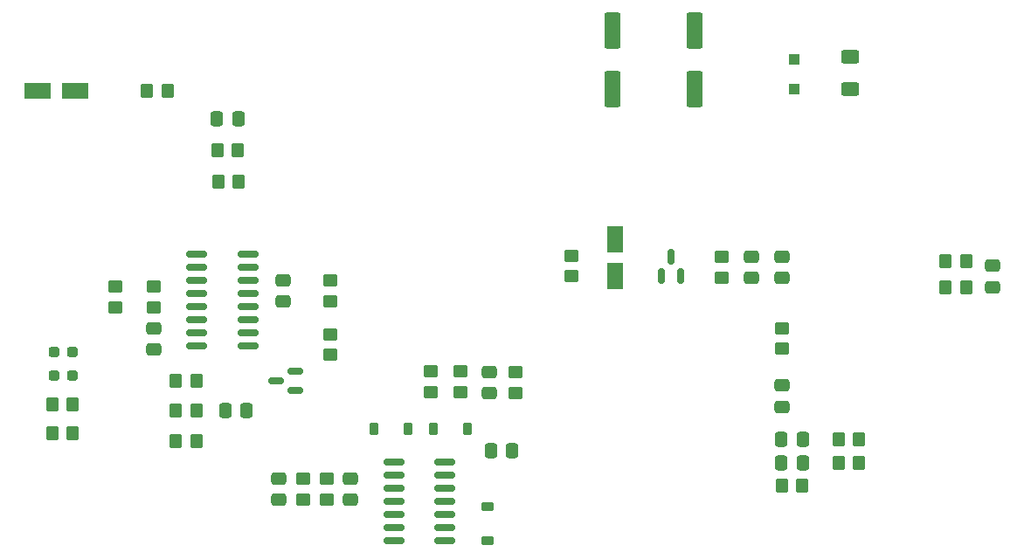
<source format=gbr>
%TF.GenerationSoftware,KiCad,Pcbnew,7.0.1*%
%TF.CreationDate,2023-11-18T18:03:43+02:00*%
%TF.ProjectId,Punainen Husse,50756e61-696e-4656-9e20-48757373652e,rev?*%
%TF.SameCoordinates,Original*%
%TF.FileFunction,Paste,Bot*%
%TF.FilePolarity,Positive*%
%FSLAX46Y46*%
G04 Gerber Fmt 4.6, Leading zero omitted, Abs format (unit mm)*
G04 Created by KiCad (PCBNEW 7.0.1) date 2023-11-18 18:03:43*
%MOMM*%
%LPD*%
G01*
G04 APERTURE LIST*
G04 Aperture macros list*
%AMRoundRect*
0 Rectangle with rounded corners*
0 $1 Rounding radius*
0 $2 $3 $4 $5 $6 $7 $8 $9 X,Y pos of 4 corners*
0 Add a 4 corners polygon primitive as box body*
4,1,4,$2,$3,$4,$5,$6,$7,$8,$9,$2,$3,0*
0 Add four circle primitives for the rounded corners*
1,1,$1+$1,$2,$3*
1,1,$1+$1,$4,$5*
1,1,$1+$1,$6,$7*
1,1,$1+$1,$8,$9*
0 Add four rect primitives between the rounded corners*
20,1,$1+$1,$2,$3,$4,$5,0*
20,1,$1+$1,$4,$5,$6,$7,0*
20,1,$1+$1,$6,$7,$8,$9,0*
20,1,$1+$1,$8,$9,$2,$3,0*%
G04 Aperture macros list end*
%ADD10RoundRect,0.250000X-0.450000X0.350000X-0.450000X-0.350000X0.450000X-0.350000X0.450000X0.350000X0*%
%ADD11RoundRect,0.237500X0.287500X0.237500X-0.287500X0.237500X-0.287500X-0.237500X0.287500X-0.237500X0*%
%ADD12RoundRect,0.250000X0.350000X0.450000X-0.350000X0.450000X-0.350000X-0.450000X0.350000X-0.450000X0*%
%ADD13RoundRect,0.250000X-0.625000X0.400000X-0.625000X-0.400000X0.625000X-0.400000X0.625000X0.400000X0*%
%ADD14RoundRect,0.250000X-0.337500X-0.475000X0.337500X-0.475000X0.337500X0.475000X-0.337500X0.475000X0*%
%ADD15RoundRect,0.250000X0.450000X-0.350000X0.450000X0.350000X-0.450000X0.350000X-0.450000X-0.350000X0*%
%ADD16RoundRect,0.250000X0.550000X-1.500000X0.550000X1.500000X-0.550000X1.500000X-0.550000X-1.500000X0*%
%ADD17RoundRect,0.150000X0.150000X-0.587500X0.150000X0.587500X-0.150000X0.587500X-0.150000X-0.587500X0*%
%ADD18RoundRect,0.250000X-0.350000X-0.450000X0.350000X-0.450000X0.350000X0.450000X-0.350000X0.450000X0*%
%ADD19RoundRect,0.250000X-0.475000X0.337500X-0.475000X-0.337500X0.475000X-0.337500X0.475000X0.337500X0*%
%ADD20RoundRect,0.250000X0.300000X-0.300000X0.300000X0.300000X-0.300000X0.300000X-0.300000X-0.300000X0*%
%ADD21RoundRect,0.150000X-0.825000X-0.150000X0.825000X-0.150000X0.825000X0.150000X-0.825000X0.150000X0*%
%ADD22RoundRect,0.225000X-0.375000X0.225000X-0.375000X-0.225000X0.375000X-0.225000X0.375000X0.225000X0*%
%ADD23RoundRect,0.250000X0.475000X-0.337500X0.475000X0.337500X-0.475000X0.337500X-0.475000X-0.337500X0*%
%ADD24RoundRect,0.225000X-0.225000X-0.375000X0.225000X-0.375000X0.225000X0.375000X-0.225000X0.375000X0*%
%ADD25RoundRect,0.250000X0.550000X-1.050000X0.550000X1.050000X-0.550000X1.050000X-0.550000X-1.050000X0*%
%ADD26RoundRect,0.237500X-0.287500X-0.237500X0.287500X-0.237500X0.287500X0.237500X-0.287500X0.237500X0*%
%ADD27RoundRect,0.150000X0.587500X0.150000X-0.587500X0.150000X-0.587500X-0.150000X0.587500X-0.150000X0*%
%ADD28RoundRect,0.250000X1.050000X0.550000X-1.050000X0.550000X-1.050000X-0.550000X1.050000X-0.550000X0*%
%ADD29RoundRect,0.150000X-0.850000X-0.150000X0.850000X-0.150000X0.850000X0.150000X-0.850000X0.150000X0*%
G04 APERTURE END LIST*
D10*
%TO.C,R27*%
X137900000Y-109200000D03*
X137900000Y-111200000D03*
%TD*%
D11*
%TO.C,LED2*%
X113275000Y-99200000D03*
X111525000Y-99200000D03*
%TD*%
D12*
%TO.C,R4*%
X189500000Y-105400000D03*
X187500000Y-105400000D03*
%TD*%
D13*
%TO.C,R22*%
X188600000Y-68350000D03*
X188600000Y-71450000D03*
%TD*%
D14*
%TO.C,C2*%
X181962500Y-105400000D03*
X184037500Y-105400000D03*
%TD*%
D12*
%TO.C,R7*%
X199877976Y-88100000D03*
X197877976Y-88100000D03*
%TD*%
D15*
%TO.C,R10*%
X117400000Y-92600000D03*
X117400000Y-90600000D03*
%TD*%
D16*
%TO.C,C20*%
X165600000Y-71400000D03*
X165600000Y-65800000D03*
%TD*%
D15*
%TO.C,R17*%
X161600000Y-89600000D03*
X161600000Y-87600000D03*
%TD*%
D12*
%TO.C,R21*%
X122500000Y-71600000D03*
X120500000Y-71600000D03*
%TD*%
D17*
%TO.C,Q1*%
X172250000Y-89575000D03*
X170350000Y-89575000D03*
X171300000Y-87700000D03*
%TD*%
D18*
%TO.C,R8*%
X123300000Y-102600000D03*
X125300000Y-102600000D03*
%TD*%
%TO.C,R16*%
X123300000Y-105600000D03*
X125300000Y-105600000D03*
%TD*%
D19*
%TO.C,C12*%
X179100000Y-87662500D03*
X179100000Y-89737500D03*
%TD*%
D18*
%TO.C,R6*%
X197877976Y-90700000D03*
X199877976Y-90700000D03*
%TD*%
D15*
%TO.C,R12*%
X121200000Y-92600000D03*
X121200000Y-90600000D03*
%TD*%
D20*
%TO.C,D6*%
X183200000Y-71400000D03*
X183200000Y-68600000D03*
%TD*%
D18*
%TO.C,R2*%
X182000000Y-109900000D03*
X184000000Y-109900000D03*
%TD*%
D21*
%TO.C,U1*%
X144425000Y-115210000D03*
X144425000Y-113940000D03*
X144425000Y-112670000D03*
X144425000Y-111400000D03*
X144425000Y-110130000D03*
X144425000Y-108860000D03*
X144425000Y-107590000D03*
X149375000Y-107590000D03*
X149375000Y-108860000D03*
X149375000Y-110130000D03*
X149375000Y-111400000D03*
X149375000Y-112670000D03*
X149375000Y-113940000D03*
X149375000Y-115210000D03*
%TD*%
D22*
%TO.C,D3*%
X153500000Y-111950000D03*
X153500000Y-115250000D03*
%TD*%
D23*
%TO.C,C8*%
X182000000Y-102237500D03*
X182000000Y-100162500D03*
%TD*%
D15*
%TO.C,R11*%
X156200000Y-100900000D03*
X156200000Y-98900000D03*
%TD*%
D14*
%TO.C,C1*%
X181962500Y-107700000D03*
X184037500Y-107700000D03*
%TD*%
D24*
%TO.C,D2*%
X148250000Y-104400000D03*
X151550000Y-104400000D03*
%TD*%
%TO.C,D1*%
X142500000Y-104400000D03*
X145800000Y-104400000D03*
%TD*%
D25*
%TO.C,C14*%
X165900000Y-89600000D03*
X165900000Y-86000000D03*
%TD*%
D16*
%TO.C,C19*%
X173600000Y-71400000D03*
X173600000Y-65800000D03*
%TD*%
D14*
%TO.C,C9*%
X127262500Y-74300000D03*
X129337500Y-74300000D03*
%TD*%
D10*
%TO.C,R9*%
X148000000Y-98800000D03*
X148000000Y-100800000D03*
%TD*%
D18*
%TO.C,R20*%
X127400000Y-80400000D03*
X129400000Y-80400000D03*
%TD*%
D26*
%TO.C,LED3*%
X111525000Y-96900000D03*
X113275000Y-96900000D03*
%TD*%
D10*
%TO.C,R25*%
X138300000Y-90000000D03*
X138300000Y-92000000D03*
%TD*%
%TO.C,R15*%
X176200000Y-87700000D03*
X176200000Y-89700000D03*
%TD*%
%TO.C,R26*%
X138300000Y-95200000D03*
X138300000Y-97200000D03*
%TD*%
D19*
%TO.C,C7*%
X153700000Y-98862500D03*
X153700000Y-100937500D03*
%TD*%
D23*
%TO.C,C4*%
X202400000Y-90637500D03*
X202400000Y-88562500D03*
%TD*%
D18*
%TO.C,R5*%
X187500000Y-107700000D03*
X189500000Y-107700000D03*
%TD*%
D23*
%TO.C,C6*%
X121200000Y-96675000D03*
X121200000Y-94600000D03*
%TD*%
D18*
%TO.C,R3*%
X111300000Y-102000000D03*
X113300000Y-102000000D03*
%TD*%
D23*
%TO.C,C22*%
X140200000Y-111237500D03*
X140200000Y-109162500D03*
%TD*%
D18*
%TO.C,R1*%
X111300000Y-104800000D03*
X113300000Y-104800000D03*
%TD*%
%TO.C,R18*%
X123300000Y-99700000D03*
X125300000Y-99700000D03*
%TD*%
D14*
%TO.C,C10*%
X153825000Y-106500000D03*
X155900000Y-106500000D03*
%TD*%
D12*
%TO.C,R19*%
X129300000Y-77400000D03*
X127300000Y-77400000D03*
%TD*%
D19*
%TO.C,C21*%
X133300000Y-109162500D03*
X133300000Y-111237500D03*
%TD*%
D14*
%TO.C,C3*%
X128062500Y-102600000D03*
X130137500Y-102600000D03*
%TD*%
D27*
%TO.C,Q2*%
X134875000Y-98750000D03*
X134875000Y-100650000D03*
X133000000Y-99700000D03*
%TD*%
D15*
%TO.C,R14*%
X182000000Y-96600000D03*
X182000000Y-94600000D03*
%TD*%
D28*
%TO.C,C15*%
X113520000Y-71600000D03*
X109920000Y-71600000D03*
%TD*%
D15*
%TO.C,R28*%
X135600000Y-111200000D03*
X135600000Y-109200000D03*
%TD*%
D29*
%TO.C,U3*%
X125297500Y-96350000D03*
X125297500Y-95080000D03*
X125297500Y-93810000D03*
X125297500Y-92540000D03*
X125297500Y-91270000D03*
X125297500Y-90000000D03*
X125297500Y-88730000D03*
X125297500Y-87460000D03*
X130297500Y-87460000D03*
X130297500Y-88730000D03*
X130297500Y-90000000D03*
X130297500Y-91270000D03*
X130297500Y-92540000D03*
X130297500Y-93810000D03*
X130297500Y-95080000D03*
X130297500Y-96350000D03*
%TD*%
D19*
%TO.C,C23*%
X133700000Y-89962500D03*
X133700000Y-92037500D03*
%TD*%
D10*
%TO.C,R13*%
X150900000Y-98800000D03*
X150900000Y-100800000D03*
%TD*%
D23*
%TO.C,C11*%
X182000000Y-89737500D03*
X182000000Y-87662500D03*
%TD*%
M02*

</source>
